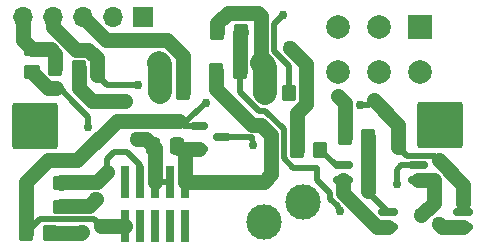
<source format=gbr>
%TF.GenerationSoftware,KiCad,Pcbnew,7.0.11+dfsg-1build4*%
%TF.CreationDate,2025-11-28T20:59:08+01:00*%
%TF.ProjectId,ParaMETEO-reset-adapter,50617261-4d45-4544-954f-2d7265736574,rev?*%
%TF.SameCoordinates,Original*%
%TF.FileFunction,Copper,L1,Top*%
%TF.FilePolarity,Positive*%
%FSLAX46Y46*%
G04 Gerber Fmt 4.6, Leading zero omitted, Abs format (unit mm)*
G04 Created by KiCad (PCBNEW 7.0.11+dfsg-1build4) date 2025-11-28 20:59:08*
%MOMM*%
%LPD*%
G01*
G04 APERTURE LIST*
G04 Aperture macros list*
%AMRoundRect*
0 Rectangle with rounded corners*
0 $1 Rounding radius*
0 $2 $3 $4 $5 $6 $7 $8 $9 X,Y pos of 4 corners*
0 Add a 4 corners polygon primitive as box body*
4,1,4,$2,$3,$4,$5,$6,$7,$8,$9,$2,$3,0*
0 Add four circle primitives for the rounded corners*
1,1,$1+$1,$2,$3*
1,1,$1+$1,$4,$5*
1,1,$1+$1,$6,$7*
1,1,$1+$1,$8,$9*
0 Add four rect primitives between the rounded corners*
20,1,$1+$1,$2,$3,$4,$5,0*
20,1,$1+$1,$4,$5,$6,$7,0*
20,1,$1+$1,$6,$7,$8,$9,0*
20,1,$1+$1,$8,$9,$2,$3,0*%
G04 Aperture macros list end*
%TA.AperFunction,SMDPad,CuDef*%
%ADD10RoundRect,0.250000X-0.350000X-0.450000X0.350000X-0.450000X0.350000X0.450000X-0.350000X0.450000X0*%
%TD*%
%TA.AperFunction,SMDPad,CuDef*%
%ADD11RoundRect,0.250000X0.450000X-0.350000X0.450000X0.350000X-0.450000X0.350000X-0.450000X-0.350000X0*%
%TD*%
%TA.AperFunction,ComponentPad*%
%ADD12RoundRect,0.250002X-1.699998X-1.699998X1.699998X-1.699998X1.699998X1.699998X-1.699998X1.699998X0*%
%TD*%
%TA.AperFunction,SMDPad,CuDef*%
%ADD13RoundRect,0.250000X-0.450000X0.350000X-0.450000X-0.350000X0.450000X-0.350000X0.450000X0.350000X0*%
%TD*%
%TA.AperFunction,ComponentPad*%
%ADD14R,1.700000X1.700000*%
%TD*%
%TA.AperFunction,ComponentPad*%
%ADD15O,1.700000X1.700000*%
%TD*%
%TA.AperFunction,SMDPad,CuDef*%
%ADD16RoundRect,0.150000X-0.662500X-0.150000X0.662500X-0.150000X0.662500X0.150000X-0.662500X0.150000X0*%
%TD*%
%TA.AperFunction,ComponentPad*%
%ADD17R,2.000000X2.000000*%
%TD*%
%TA.AperFunction,ComponentPad*%
%ADD18C,2.000000*%
%TD*%
%TA.AperFunction,ComponentPad*%
%ADD19C,3.000000*%
%TD*%
%TA.AperFunction,SMDPad,CuDef*%
%ADD20R,0.760000X2.800000*%
%TD*%
%TA.AperFunction,SMDPad,CuDef*%
%ADD21RoundRect,0.250000X0.337500X0.475000X-0.337500X0.475000X-0.337500X-0.475000X0.337500X-0.475000X0*%
%TD*%
%TA.AperFunction,SMDPad,CuDef*%
%ADD22RoundRect,0.150000X-0.587500X-0.150000X0.587500X-0.150000X0.587500X0.150000X-0.587500X0.150000X0*%
%TD*%
%TA.AperFunction,ViaPad*%
%ADD23C,0.762000*%
%TD*%
%TA.AperFunction,ViaPad*%
%ADD24C,1.270000*%
%TD*%
%TA.AperFunction,Conductor*%
%ADD25C,1.270000*%
%TD*%
%TA.AperFunction,Conductor*%
%ADD26C,0.508000*%
%TD*%
%TA.AperFunction,Conductor*%
%ADD27C,2.032000*%
%TD*%
G04 APERTURE END LIST*
D10*
%TO.P,R10,1*%
%TO.N,+3.3V*%
X154050000Y-57250000D03*
%TO.P,R10,2*%
%TO.N,BAT_BOOT*%
X156050000Y-57250000D03*
%TD*%
D11*
%TO.P,R9,2*%
%TO.N,BOOT_CONN*%
X140850000Y-66750000D03*
%TO.P,R9,1*%
%TO.N,Net-(R9-Pad1)*%
X140850000Y-68750000D03*
%TD*%
D10*
%TO.P,R8,1*%
%TO.N,/B+*%
X154100000Y-54000000D03*
%TO.P,R8,2*%
%TO.N,BAT_BOOT*%
X156100000Y-54000000D03*
%TD*%
D12*
%TO.P,J4,1,Pin_1*%
%TO.N,/B+*%
X138650000Y-61900000D03*
%TD*%
%TO.P,J3,1,Pin_1*%
%TO.N,GND*%
X173000000Y-61850000D03*
%TD*%
D10*
%TO.P,R7,2*%
%TO.N,GNDD*%
X142400000Y-57050000D03*
%TO.P,R7,1*%
%TO.N,Net-(J2-Pin_5)*%
X140400000Y-57050000D03*
%TD*%
D13*
%TO.P,R6,1*%
%TO.N,Net-(J2-Pin_5)*%
X138400000Y-55400000D03*
%TO.P,R6,2*%
%TO.N,GND*%
X138400000Y-57400000D03*
%TD*%
D14*
%TO.P,J2,1,Pin_1*%
%TO.N,FOR_BOOT_OUT*%
X147810000Y-52700000D03*
D15*
%TO.P,J2,2,Pin_2*%
%TO.N,TO_BOOT_IN*%
X145270000Y-52700000D03*
%TO.P,J2,3,Pin_3*%
%TO.N,FOR_RESET_OUT*%
X142730000Y-52700000D03*
%TO.P,J2,4,Pin_4*%
%TO.N,TO_RESET_IN*%
X140190000Y-52700000D03*
%TO.P,J2,5,Pin_5*%
%TO.N,Net-(J2-Pin_5)*%
X137650000Y-52700000D03*
%TD*%
D10*
%TO.P,R4,1*%
%TO.N,/B+*%
X158200000Y-59150000D03*
%TO.P,R4,2*%
%TO.N,FOR_BOOT_OUT*%
X160200000Y-59150000D03*
%TD*%
%TO.P,R2,1*%
%TO.N,TO_RESET_IN*%
X164900000Y-62850000D03*
%TO.P,R2,2*%
%TO.N,Net-(R2-Pad2)*%
X166900000Y-62850000D03*
%TD*%
%TO.P,R3,1*%
%TO.N,TO_BOOT_IN*%
X160850000Y-63950000D03*
%TO.P,R3,2*%
%TO.N,Net-(R3-Pad2)*%
X162850000Y-63950000D03*
%TD*%
D16*
%TO.P,U1,1*%
%TO.N,Net-(R3-Pad2)*%
X164762500Y-65265000D03*
%TO.P,U1,2*%
%TO.N,GND*%
X164762500Y-66535000D03*
%TO.P,U1,3*%
%TO.N,Net-(R9-Pad1)*%
X171137500Y-66535000D03*
%TO.P,U1,4*%
%TO.N,BAT_BOOT*%
X171137500Y-65265000D03*
%TD*%
D17*
%TO.P,J1,1,Pin_1*%
%TO.N,unconnected-(J1-Pin_1-Pad1)*%
X171300000Y-53590000D03*
D18*
%TO.P,J1,2,Pin_2*%
%TO.N,unconnected-(J1-Pin_2-Pad2)*%
X171300000Y-57400000D03*
%TO.P,J1,3,Pin_3*%
%TO.N,unconnected-(J1-Pin_3-Pad3)*%
X167800000Y-53590000D03*
%TO.P,J1,4,Pin_4*%
%TO.N,unconnected-(J1-Pin_4-Pad4)*%
X167800000Y-57400000D03*
%TO.P,J1,5,Pin_5*%
%TO.N,GNDD*%
X164300000Y-53590000D03*
%TO.P,J1,6,Pin_6*%
X164300000Y-57400000D03*
%TD*%
D16*
%TO.P,U2,1*%
%TO.N,Net-(R2-Pad2)*%
X168562500Y-69215000D03*
%TO.P,U2,2*%
%TO.N,GND*%
X168562500Y-70485000D03*
%TO.P,U2,3*%
%TO.N,GNDD*%
X174937500Y-70485000D03*
%TO.P,U2,4*%
%TO.N,RESET*%
X174937500Y-69215000D03*
%TD*%
D19*
%TO.P,TP1,1,1*%
%TO.N,Net-(R1-Pad2)*%
X161340800Y-68351400D03*
%TD*%
D20*
%TO.P,X1,1,1*%
%TO.N,+3.3V*%
X151384000Y-66658000D03*
%TO.P,X1,2,2*%
%TO.N,unconnected-(X1-Pad2)*%
X151384000Y-70358000D03*
%TO.P,X1,3,3*%
%TO.N,GNDD*%
X150114000Y-66658000D03*
%TO.P,X1,4,4*%
%TO.N,unconnected-(X1-Pad4)*%
X150114000Y-70358000D03*
%TO.P,X1,5,5*%
%TO.N,GNDD*%
X148844000Y-66658000D03*
%TO.P,X1,6,6*%
%TO.N,unconnected-(X1-Pad6)*%
X148844000Y-70358000D03*
%TO.P,X1,7,7*%
%TO.N,BOOT_CONN*%
X147574000Y-66658000D03*
%TO.P,X1,8,8*%
%TO.N,unconnected-(X1-Pad8)*%
X147574000Y-70358000D03*
%TO.P,X1,9,9*%
%TO.N,unconnected-(X1-Pad9)*%
X146304000Y-66658000D03*
%TO.P,X1,10,10*%
%TO.N,RESET*%
X146304000Y-70358000D03*
%TD*%
D19*
%TO.P,TP2,1,1*%
%TO.N,Net-(R9-Pad1)*%
X158064200Y-70053200D03*
%TD*%
D10*
%TO.P,R5,2*%
%TO.N,FOR_RESET_OUT*%
X151250000Y-59050000D03*
%TO.P,R5,1*%
%TO.N,/B+*%
X149250000Y-59050000D03*
%TD*%
D21*
%TO.P,C1,1*%
%TO.N,+3.3V*%
X150737500Y-63600000D03*
%TO.P,C1,2*%
%TO.N,GNDD*%
X148662500Y-63600000D03*
%TD*%
D10*
%TO.P,R1,1*%
%TO.N,RESET*%
X137950000Y-71000000D03*
%TO.P,R1,2*%
%TO.N,Net-(R1-Pad2)*%
X139950000Y-71000000D03*
%TD*%
D22*
%TO.P,U3,3,VSS*%
%TO.N,GNDD*%
X154487500Y-62900000D03*
%TO.P,U3,2,VDD*%
%TO.N,+3.3V*%
X152612500Y-63850000D03*
%TO.P,U3,1,~{RST}*%
%TO.N,RESET*%
X152612500Y-61950000D03*
%TD*%
D23*
%TO.N,BAT_BOOT*%
X169300000Y-66800000D03*
X164534079Y-69115921D03*
%TO.N,TO_RESET_IN*%
X164300000Y-59350000D03*
%TO.N,RESET*%
X166200000Y-60175000D03*
D24*
%TO.N,Net-(R9-Pad1)*%
X171350000Y-69500000D03*
%TO.N,TO_BOOT_IN*%
X160250000Y-55300000D03*
D23*
%TO.N,FOR_BOOT_OUT*%
X159700000Y-52550000D03*
%TO.N,RESET*%
X153150000Y-60000000D03*
%TO.N,TO_RESET_IN*%
X147400000Y-58500000D03*
%TO.N,GND*%
X164762500Y-67624658D03*
X143200000Y-62050000D03*
%TO.N,GNDD*%
X157150000Y-63500000D03*
D24*
X172900000Y-70200000D03*
%TO.N,/B+*%
X157850000Y-56600000D03*
X149200000Y-56600000D03*
%TO.N,GNDD*%
X146300000Y-59850000D03*
X147300000Y-63000000D03*
%TO.N,Net-(R1-Pad2)*%
X142650000Y-70900000D03*
%TO.N,Net-(R9-Pad1)*%
X143850000Y-68150000D03*
%TD*%
D25*
%TO.N,RESET*%
X137950000Y-71000000D02*
X137950000Y-66700000D01*
X137950000Y-66700000D02*
X139800000Y-64850000D01*
X139800000Y-64850000D02*
X142250000Y-64850000D01*
X142250000Y-64850000D02*
X145600000Y-61500000D01*
X145600000Y-61500000D02*
X150850000Y-61500000D01*
D26*
X166200000Y-60175000D02*
X166925000Y-60175000D01*
X166925000Y-60175000D02*
X167350000Y-59750000D01*
%TO.N,BAT_BOOT*%
X169300000Y-66800000D02*
X169300000Y-65650000D01*
X169300000Y-65650000D02*
X169685000Y-65265000D01*
X169685000Y-65265000D02*
X171137500Y-65265000D01*
X164311422Y-68893264D02*
X164534079Y-69115921D01*
X164311422Y-68713658D02*
X164311422Y-68893264D01*
D25*
%TO.N,RESET*%
X169450000Y-63750000D02*
X169450000Y-61850000D01*
X169450000Y-61850000D02*
X167350000Y-59750000D01*
D26*
X172900000Y-64850000D02*
X172561000Y-64511000D01*
X172561000Y-64511000D02*
X170211000Y-64511000D01*
X170211000Y-64511000D02*
X169450000Y-63750000D01*
D25*
X174937500Y-68487500D02*
X174937500Y-66887500D01*
X174937500Y-66887500D02*
X172900000Y-64850000D01*
D26*
X174937500Y-69215000D02*
X174937500Y-68487500D01*
%TO.N,Net-(R2-Pad2)*%
X168562500Y-69215000D02*
X166900000Y-67552500D01*
X166900000Y-67552500D02*
X166900000Y-67450000D01*
D25*
X166900000Y-62850000D02*
X166900000Y-67450000D01*
%TO.N,TO_RESET_IN*%
X164900000Y-62850000D02*
X164900000Y-59950000D01*
X164900000Y-59950000D02*
X164300000Y-59350000D01*
%TO.N,Net-(R9-Pad1)*%
X171137500Y-66535000D02*
X172435000Y-66535000D01*
X172435000Y-66535000D02*
X172435000Y-68415000D01*
X172435000Y-68415000D02*
X171350000Y-69500000D01*
D26*
%TO.N,BAT_BOOT*%
X163673500Y-67623500D02*
X163673500Y-68075736D01*
X162550000Y-66500000D02*
X163673500Y-67623500D01*
X162550000Y-65450000D02*
X162550000Y-66500000D01*
X163673500Y-68075736D02*
X164311422Y-68713658D01*
D25*
%TO.N,+3.3V*%
X154050000Y-57250000D02*
X154050000Y-58800000D01*
X154050000Y-58800000D02*
X157061000Y-61811000D01*
X157061000Y-61811000D02*
X157811000Y-61811000D01*
X157811000Y-61811000D02*
X158672000Y-62672000D01*
X158672000Y-62672000D02*
X158672000Y-66028000D01*
X158672000Y-66028000D02*
X158042000Y-66658000D01*
X158042000Y-66658000D02*
X151384000Y-66658000D01*
D26*
%TO.N,GNDD*%
X157150000Y-63500000D02*
X157050000Y-62900000D01*
X157050000Y-62900000D02*
X154487500Y-62900000D01*
%TO.N,BAT_BOOT*%
X156050000Y-57250000D02*
X156050000Y-59078894D01*
X156050000Y-59078894D02*
X157621106Y-60650000D01*
X157621106Y-60650000D02*
X158200000Y-60650000D01*
X158200000Y-60650000D02*
X159761000Y-62211000D01*
X160547466Y-65450000D02*
X162550000Y-65450000D01*
X159761000Y-62211000D02*
X159761000Y-64663534D01*
X159761000Y-64663534D02*
X160547466Y-65450000D01*
D25*
%TO.N,TO_BOOT_IN*%
X160850000Y-63950000D02*
X160850000Y-60841350D01*
X160850000Y-60841350D02*
X161635000Y-60056350D01*
X161635000Y-60056350D02*
X161635000Y-56685000D01*
X161635000Y-56685000D02*
X160250000Y-55300000D01*
D26*
%TO.N,FOR_BOOT_OUT*%
X160200000Y-59150000D02*
X160200000Y-56855106D01*
X158939000Y-53311000D02*
X159700000Y-52550000D01*
X160200000Y-56855106D02*
X158939000Y-55594106D01*
X158939000Y-55594106D02*
X158939000Y-53311000D01*
%TO.N,Net-(R3-Pad2)*%
X164762500Y-65265000D02*
X164165000Y-65265000D01*
X164165000Y-65265000D02*
X162850000Y-63950000D01*
%TO.N,TO_RESET_IN*%
X147400000Y-58500000D02*
X144800000Y-58500000D01*
X144800000Y-58500000D02*
X143900000Y-57600000D01*
%TO.N,RESET*%
X153150000Y-60000000D02*
X151450000Y-61500000D01*
X151450000Y-61500000D02*
X150850000Y-61500000D01*
D25*
%TO.N,FOR_RESET_OUT*%
X142730000Y-52700000D02*
X144680000Y-54650000D01*
X144680000Y-54650000D02*
X149867710Y-54650000D01*
X149867710Y-54650000D02*
X151250000Y-56032290D01*
X151250000Y-56032290D02*
X151250000Y-59050000D01*
%TO.N,GNDD*%
X147300000Y-63000000D02*
X148062500Y-63000000D01*
X148062500Y-63000000D02*
X148662500Y-63600000D01*
D26*
%TO.N,GND*%
X143200000Y-61150000D02*
X143200000Y-62050000D01*
X142100000Y-60050000D02*
X143200000Y-61150000D01*
X140450000Y-58750000D02*
X140800000Y-58750000D01*
X140800000Y-58750000D02*
X142100000Y-60050000D01*
D25*
X139750000Y-58750000D02*
X140450000Y-58750000D01*
X138400000Y-57400000D02*
X139750000Y-58750000D01*
D26*
%TO.N,RESET*%
X152612500Y-61950000D02*
X151300000Y-61950000D01*
X151300000Y-61950000D02*
X150850000Y-61500000D01*
D25*
%TO.N,TO_RESET_IN*%
X143206350Y-55515000D02*
X143900000Y-56208650D01*
X143900000Y-56208650D02*
X143900000Y-57600000D01*
%TO.N,GNDD*%
X146300000Y-59850000D02*
X143550000Y-59850000D01*
X142400000Y-58700000D02*
X142400000Y-57050000D01*
X143550000Y-59850000D02*
X142400000Y-58700000D01*
%TO.N,TO_RESET_IN*%
X140190000Y-53511106D02*
X142193894Y-55515000D01*
X140190000Y-52700000D02*
X140190000Y-53511106D01*
X142193894Y-55515000D02*
X143206350Y-55515000D01*
%TO.N,GNDD*%
X173185000Y-70485000D02*
X172900000Y-70200000D01*
X174937500Y-70485000D02*
X173185000Y-70485000D01*
%TO.N,GND*%
X164762500Y-66535000D02*
X164762500Y-67624658D01*
X164762500Y-67624658D02*
X167622842Y-70485000D01*
X167622842Y-70485000D02*
X168562500Y-70485000D01*
%TO.N,BAT_BOOT*%
X156100000Y-54000000D02*
X156015000Y-54085000D01*
X156015000Y-54085000D02*
X156015000Y-57250000D01*
%TO.N,/B+*%
X157850000Y-56600000D02*
X157850000Y-52600000D01*
X157850000Y-52600000D02*
X157600000Y-52350000D01*
X155000000Y-52350000D02*
X157600000Y-52350000D01*
X154100000Y-54000000D02*
X154100000Y-53250000D01*
X154100000Y-53250000D02*
X155000000Y-52350000D01*
D27*
X158200000Y-59150000D02*
X158200000Y-56934000D01*
X158200000Y-56934000D02*
X157866000Y-56600000D01*
X149250000Y-59050000D02*
X149250000Y-56650000D01*
X149250000Y-56650000D02*
X149200000Y-56600000D01*
D26*
%TO.N,BOOT_CONN*%
X144800000Y-65850000D02*
X144800000Y-64700000D01*
X144800000Y-64700000D02*
X145350000Y-64150000D01*
X145350000Y-64150000D02*
X146484000Y-64150000D01*
D25*
X143970000Y-66680000D02*
X144800000Y-65850000D01*
X140920000Y-66680000D02*
X143970000Y-66680000D01*
X140850000Y-66750000D02*
X140920000Y-66680000D01*
%TO.N,RESET*%
X146304000Y-70358000D02*
X144292000Y-70358000D01*
X144292000Y-70358000D02*
X144250000Y-70400000D01*
%TO.N,Net-(R9-Pad1)*%
X143850000Y-68150000D02*
X143285000Y-68715000D01*
X143285000Y-68715000D02*
X140885000Y-68715000D01*
D26*
%TO.N,RESET*%
X140101466Y-69804000D02*
X143654000Y-69804000D01*
X143654000Y-69804000D02*
X144250000Y-70400000D01*
X137950000Y-71000000D02*
X139150000Y-69800000D01*
X139150000Y-69800000D02*
X140097466Y-69800000D01*
X140097466Y-69800000D02*
X140101466Y-69804000D01*
D25*
%TO.N,Net-(R1-Pad2)*%
X142550000Y-71000000D02*
X142650000Y-70900000D01*
X139950000Y-71000000D02*
X142550000Y-71000000D01*
D26*
%TO.N,GNDD*%
X150114000Y-66658000D02*
X148844000Y-66658000D01*
D25*
%TO.N,+3.3V*%
X152612500Y-63850000D02*
X150987500Y-63850000D01*
X150987500Y-63850000D02*
X150737500Y-63600000D01*
X151384000Y-66658000D02*
X151384000Y-64246500D01*
X151384000Y-64246500D02*
X150737500Y-63600000D01*
D26*
%TO.N,BOOT_CONN*%
X147574000Y-66658000D02*
X147574000Y-65240000D01*
X147574000Y-65240000D02*
X146484000Y-64150000D01*
D25*
%TO.N,GNDD*%
X148662500Y-63600000D02*
X148844000Y-63781500D01*
X148844000Y-63781500D02*
X148844000Y-66658000D01*
%TO.N,Net-(J2-Pin_5)*%
X138400000Y-55400000D02*
X140000000Y-55400000D01*
X140000000Y-55400000D02*
X140400000Y-55800000D01*
X140400000Y-55800000D02*
X140400000Y-57050000D01*
X137650000Y-52700000D02*
X137650000Y-54650000D01*
X137650000Y-54650000D02*
X138400000Y-55400000D01*
%TD*%
M02*

</source>
